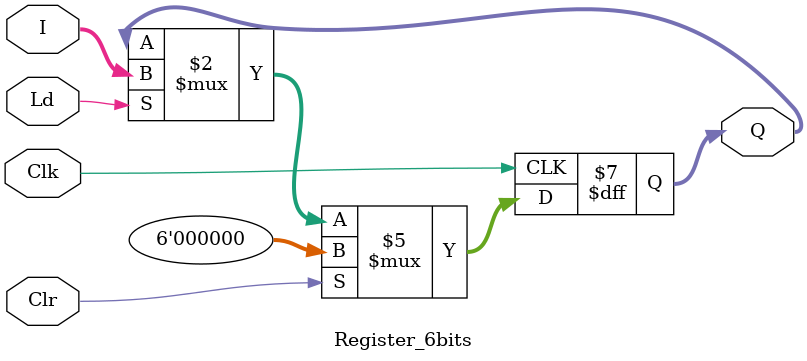
<source format=v>
`timescale 1ns / 1ps


module Register_6bits(Clk, Clr, Ld, I, Q);
    input Clk, Clr, Ld;
    input [5:0] I;
    output reg [5:0] Q;
    
    //write your code here
    always @(posedge Clk) begin
    if (Clr) begin
    Q <= 0;
    end else if (Ld) begin
    Q <= I;
    end
    end
    
   
endmodule

</source>
